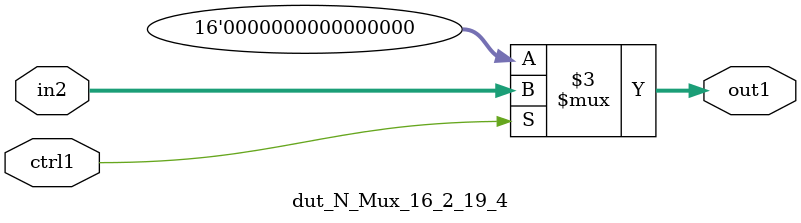
<source format=v>

`timescale 1ps / 1ps


module dut_N_Mux_16_2_19_4( in2, ctrl1, out1 );

    input [15:0] in2;
    input ctrl1;
    output [15:0] out1;
    reg [15:0] out1;

    
    // rtl_process:dut_N_Mux_16_2_19_4/dut_N_Mux_16_2_19_4_thread_1
    always @*
      begin : dut_N_Mux_16_2_19_4_thread_1
        case (ctrl1) 
          1'b1: 
            begin
              out1 = in2;
            end
          default: 
            begin
              out1 = 16'd00000;
            end
        endcase
      end

endmodule



</source>
